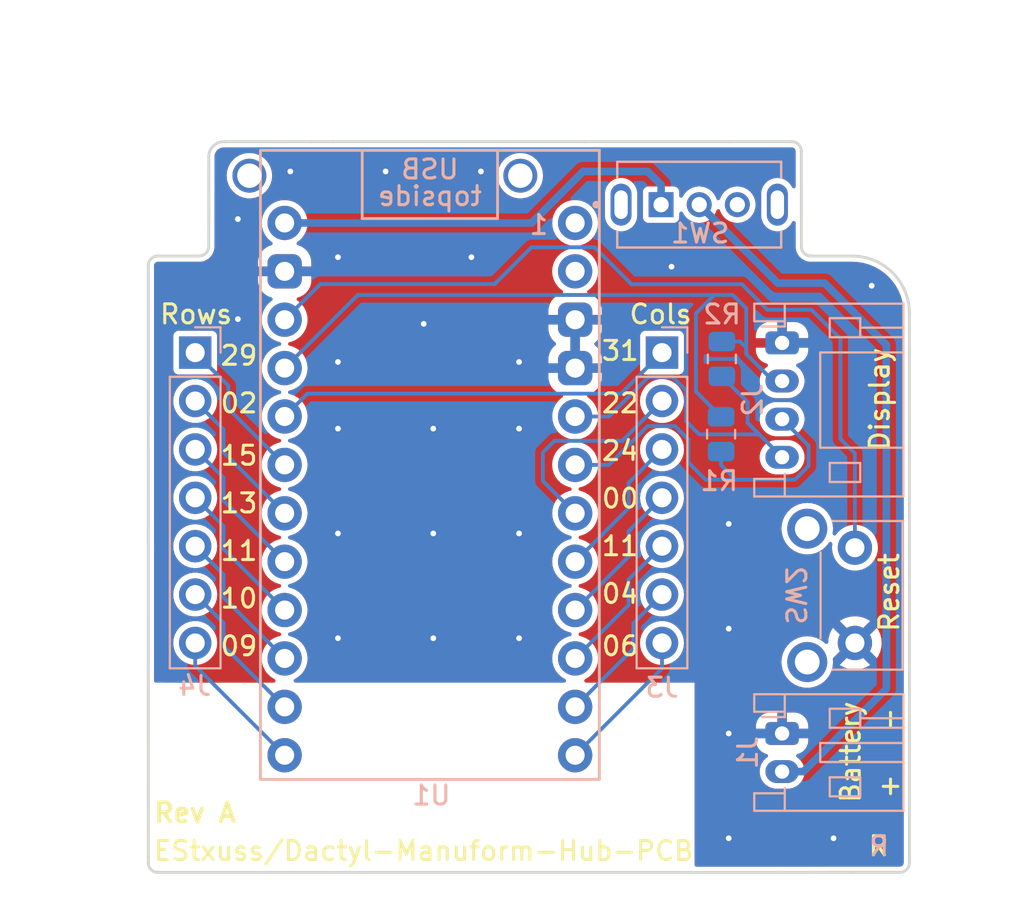
<source format=kicad_pcb>
(kicad_pcb (version 20240108) (generator "pcbnew") (generator_version "8.0")
  (layers (0 "F.Cu" signal) (31 "B.Cu" signal) (34 "B.Paste" user) (35 "F.Paste" user) (36 "B.SilkS" user "B.Silkscreen") (37 "F.SilkS" user "F.Silkscreen") (38 "B.Mask" user) (39 "F.Mask" user) (44 "Edge.Cuts" user))
  (net 0 "")
  (net 1 "GND")
  (net 2 "/OLED_SCL")
  (net 3 "VCC")
  (net 4 "/OLED_SDA")
  (net 5 "/COL2")
  (net 6 "/COL6")
  (net 7 "COL1")
  (net 8 "/COL4")
  (net 9 "/COL7")
  (net 10 "/COL5")
  (net 11 "/COL3")
  (net 12 "/ROW6")
  (net 13 "/ROW4")
  (net 14 "/ROW1")
  (net 15 "/ROW2")
  (net 16 "/ROW5")
  (net 17 "/ROW3")
  (net 18 "/ROW7")
  (net 20 "/BATT_POS")
  (net 21 "Net-(SW2-A)")
  (net 24 "/BATT_SW_POS")
  (footprint "mounting-hole:M1.4_tapping_Hole_JLC" (layer "F.Cu") (at 135.566001 63.722063)
    (property "Reference" "H1" (hide yes))
    (property "Value" "MountingHole" (hide yes))
    (pad "" thru_hole circle (at 0 0) (size 1.78 1.78) (drill 1.28) (layers "*.Cu" "*.Mask"))
  )
  (footprint "mounting-hole:M1.4_tapping_Hole_JLC" (layer "F.Cu") (at 121.353501 63.722063)
    (property "Reference" "H2" (hide yes))
    (property "Value" "MountingHole" (hide yes))
    (pad "" thru_hole circle (at 0 0) (size 1.78 1.78) (drill 1.28) (layers "*.Cu" "*.Mask"))
  )
  (footprint "Connector_JST:JST_PH_S2B-PH-K_1x02_P2.00mm_Horizontal" (layer "B.Cu") (at 149.3 93 -90)
    (property "Reference" "J1" (at 1 1.8 90) (layer "B.SilkS") (effects (font (thickness 0.16)) (justify mirror)))
    (property "Value" "Conn_01x02")
    (fp_line (start -2.06 1.46) (end -1.14 1.46) (stroke (width 0.12)) (layer "B.SilkS"))
    (fp_line (start -1.14 1.46) (end -1.14 -0.14) (stroke (width 0.12)) (layer "B.SilkS"))
    (fp_line (start 3.14 1.46) (end 4.06 1.46) (stroke (width 0.12)) (layer "B.SilkS"))
    (fp_line (start 4.06 1.46) (end 4.06 -6.36) (stroke (width 0.12)) (layer "B.SilkS"))
    (fp_line (start -0.86 1.075) (end -0.86 -0.14) (stroke (width 0.12)) (layer "B.SilkS"))
    (fp_line (start -1.14 -0.14) (end -2.06 -0.14) (stroke (width 0.12)) (layer "B.SilkS"))
    (fp_line (start -1.14 -0.14) (end -0.86 -0.14) (stroke (width 0.12)) (layer "B.SilkS"))
    (fp_line (start 2.86 -0.14) (end 3.14 -0.14) (stroke (width 0.12)) (layer "B.SilkS"))
    (fp_line (start 3.14 -0.14) (end 3.14 1.46) (stroke (width 0.12)) (layer "B.SilkS"))
    (fp_line (start 3.14 -0.14) (end 4.06 -0.14) (stroke (width 0.12)) (layer "B.SilkS"))
    (fp_line (start 0.5 -2) (end 0.5 -6.36) (stroke (width 0.12)) (layer "B.SilkS"))
    (fp_line (start 1.5 -2) (end 0.5 -2) (stroke (width 0.12)) (layer "B.SilkS"))
    (fp_line (start -1.3 -2.5) (end -0.3 -2.5) (stroke (width 0.12)) (layer "B.SilkS"))
    (fp_line (start -0.3 -2.5) (end -0.3 -4.1) (stroke (width 0.12)) (layer "B.SilkS"))
    (fp_line (start 2.3 -2.5) (end 2.3 -4.1) (stroke (width 0.12)) (layer "B.SilkS"))
    (fp_line (start 3.3 -2.5) (end 2.3 -2.5) (stroke (width 0.12)) (layer "B.SilkS"))
    (fp_line (start -1.3 -4.1) (end -1.3 -2.5) (stroke (width 0.12)) (layer "B.SilkS"))
    (fp_line (start -0.3 -4.1) (end -1.3 -4.1) (stroke (width 0.12)) (layer "B.SilkS"))
    (fp_line (start 2.3 -4.1) (end 3.3 -4.1) (stroke (width 0.12)) (layer "B.SilkS"))
    (fp_line (start 3.3 -4.1) (end 3.3 -2.5) (stroke (width 0.12)) (layer "B.SilkS"))
    (fp_line (start -2.06 -6.36) (end -2.06 1.46) (stroke (width 0.12)) (layer "B.SilkS"))
    (fp_line (start -0.8 -6.36) (end -0.8 -4.1) (stroke (width 0.12)) (layer "B.SilkS"))
    (fp_line (start -0.3 -6.36) (end -0.3 -4.1) (stroke (width 0.12)) (layer "B.SilkS"))
    (fp_line (start 1.5 -6.36) (end 1.5 -2) (stroke (width 0.12)) (layer "B.SilkS"))
    (fp_line (start 4.06 -6.36) (end -2.06 -6.36) (stroke (width 0.12)) (layer "B.SilkS"))
    (pad "1" thru_hole roundrect (at 0 0 270) (size 1.2 1.75) (drill 0.75) (layers "*.Cu" "*.Mask") (roundrect_rratio 0.208333) (net 1 "GND"))
    (pad "2" thru_hole oval (at 2 0 270) (size 1.2 1.75) (drill 0.75) (layers "*.Cu" "*.Mask") (net 24 "/BATT_SW_POS"))
  )
  (footprint "Resistor_SMD:R_0805_2012Metric" (layer "B.Cu") (at 146.14 73.34 -90)
    (property "Reference" "R2" (at -2.34 -0.01 180) (layer "B.SilkS") (effects (font (thickness 0.16)) (justify mirror)))
    (property "Value" "4.7k" (hide yes))
    (fp_line (start 0.227064 0.735) (end -0.227064 0.735) (stroke (width 0.12)) (layer "B.SilkS"))
    (fp_line (start 0.227064 -0.735) (end -0.227064 -0.735) (stroke (width 0.12)) (layer "B.SilkS"))
    (pad "1" smd roundrect (at -0.9125 0 270) (size 1.025 1.4) (layers "B.Cu" "B.Paste" "B.Mask") (roundrect_rratio 0.243902) (net 3 "VCC"))
    (pad "2" smd roundrect (at 0.9125 0 270) (size 1.025 1.4) (layers "B.Cu" "B.Paste" "B.Mask") (roundrect_rratio 0.243902) (net 4 "/OLED_SDA"))
  )
  (footprint "Connector_PinHeader_2.54mm:PinHeader_1x07_P2.54mm_Vertical" (layer "B.Cu") (at 143 73.01 180)
    (property "Reference" "J3" (at 0 -17.58 0) (layer "B.SilkS") (effects (font (thickness 0.16)) (justify mirror)))
    (property "Value" "Conn_01x07")
    (fp_line (start 1.33 -1.27) (end -1.33 -1.27) (stroke (width 0.12)) (layer "B.SilkS"))
    (fp_line (start 1.33 -16.57) (end 1.33 -1.27) (stroke (width 0.12)) (layer "B.SilkS"))
    (fp_line (start 1.33 -16.57) (end -1.33 -16.57) (stroke (width 0.12)) (layer "B.SilkS"))
    (fp_line (start 0 1.33) (end -1.33 1.33) (stroke (width 0.12)) (layer "B.SilkS"))
    (fp_line (start -1.33 1.33) (end -1.33 0) (stroke (width 0.12)) (layer "B.SilkS"))
    (fp_line (start -1.33 -16.57) (end -1.33 -1.27) (stroke (width 0.12)) (layer "B.SilkS"))
    (pad "1" thru_hole rect (at 0 0 180) (size 1.7 1.7) (drill 1) (layers "*.Cu" "*.Mask") (net 7 "COL1"))
    (pad "2" thru_hole oval (at 0 -2.54 180) (size 1.7 1.7) (drill 1) (layers "*.Cu" "*.Mask") (net 5 "/COL2"))
    (pad "3" thru_hole oval (at 0 -5.08 180) (size 1.7 1.7) (drill 1) (layers "*.Cu" "*.Mask") (net 11 "/COL3"))
    (pad "4" thru_hole oval (at 0 -7.62 180) (size 1.7 1.7) (drill 1) (layers "*.Cu" "*.Mask") (net 8 "/COL4"))
    (pad "5" thru_hole oval (at 0 -10.16 180) (size 1.7 1.7) (drill 1) (layers "*.Cu" "*.Mask") (net 10 "/COL5"))
    (pad "6" thru_hole oval (at 0 -12.7 180) (size 1.7 1.7) (drill 1) (layers "*.Cu" "*.Mask") (net 6 "/COL6"))
    (pad "7" thru_hole oval (at 0 -15.24 180) (size 1.7 1.7) (drill 1) (layers "*.Cu" "*.Mask") (net 9 "/COL7"))
  )
  (footprint "Connector_PinHeader_2.54mm:PinHeader_1x07_P2.54mm_Vertical" (layer "B.Cu") (at 118.51 73.01 180)
    (property "Reference" "J4" (at 0.03 -17.49 0) (layer "B.SilkS") (effects (font (thickness 0.16)) (justify mirror)))
    (property "Value" "Conn_01x07")
    (fp_line (start 1.33 -1.27) (end -1.33 -1.27) (stroke (width 0.12)) (layer "B.SilkS"))
    (fp_line (start 1.33 -16.57) (end 1.33 -1.27) (stroke (width 0.12)) (layer "B.SilkS"))
    (fp_line (start 1.33 -16.57) (end -1.33 -16.57) (stroke (width 0.12)) (layer "B.SilkS"))
    (fp_line (start 0 1.33) (end -1.33 1.33) (stroke (width 0.12)) (layer "B.SilkS"))
    (fp_line (start -1.33 1.33) (end -1.33 0) (stroke (width 0.12)) (layer "B.SilkS"))
    (fp_line (start -1.33 -16.57) (end -1.33 -1.27) (stroke (width 0.12)) (layer "B.SilkS"))
    (pad "1" thru_hole rect (at 0 0 180) (size 1.7 1.7) (drill 1) (layers "*.Cu" "*.Mask") (net 14 "/ROW1"))
    (pad "2" thru_hole oval (at 0 -2.54 180) (size 1.7 1.7) (drill 1) (layers "*.Cu" "*.Mask") (net 15 "/ROW2"))
    (pad "3" thru_hole oval (at 0 -5.08 180) (size 1.7 1.7) (drill 1) (layers "*.Cu" "*.Mask") (net 17 "/ROW3"))
    (pad "4" thru_hole oval (at 0 -7.62 180) (size 1.7 1.7) (drill 1) (layers "*.Cu" "*.Mask") (net 13 "/ROW4"))
    (pad "5" thru_hole oval (at 0 -10.16 180) (size 1.7 1.7) (drill 1) (layers "*.Cu" "*.Mask") (net 16 "/ROW5"))
    (pad "6" thru_hole oval (at 0 -12.7 180) (size 1.7 1.7) (drill 1) (layers "*.Cu" "*.Mask") (net 12 "/ROW6"))
    (pad "7" thru_hole oval (at 0 -15.24 180) (size 1.7 1.7) (drill 1) (layers "*.Cu" "*.Mask") (net 18 "/ROW7"))
  )
  (footprint "PCM_marbastlib-xp-promicroish:SuperMini_nRF52840_H_USBup" (layer "B.Cu") (at 130.822176 80.172483 180)
    (property "Reference" "U1" (at -1.177824 -16.077517 0) (layer "B.SilkS") (effects (font (thickness 0.16)) (justify left mirror)))
    (property "Value" "SuperMini nRF52840")
    (fp_line (start 3.55 17.78) (end 3.55 14.2) (stroke (width 0.15)) (layer "B.SilkS"))
    (fp_line (start -3.55 17.78) (end -3.55 14.2) (stroke (width 0.15)) (layer "B.SilkS"))
    (fp_line (start -3.55 14.2) (end 3.55 14.2) (stroke (width 0.15)) (layer "B.SilkS"))
    (fp_rect (start -8.89 17.78) (end 8.89 -15.24) (stroke (width 0.15)) (fill none) (layer "B.SilkS"))
    (fp_text user "topside" (at 0 14.8 0) (layer "B.SilkS") (effects (font (thickness 0.16)) (justify bottom mirror)))
    (fp_text user "1" (at -5.715 13.2825 0) (layer "B.SilkS") (effects (font (thickness 0.16)) (justify bottom mirror)))
    (fp_text user "USB" (at 0 16.2 0) (layer "B.SilkS") (effects (font (thickness 0.16)) (justify bottom mirror)))
    (pad "1" thru_hole circle (at -7.62 13.97 180) (size 1.8 1.8) (drill 1) (layers "*.Cu" "*.Mask"))
    (pad "2" thru_hole circle (at -7.62 11.43 180) (size 1.8 1.8) (drill 1) (layers "*.Cu" "*.Mask"))
    (pad "3" thru_hole roundrect (at -7.62 8.89 180) (size 1.8 1.8) (drill 1) (layers "*.Cu" "*.Mask") (net 1 "GND"))
    (pad "4" thru_hole roundrect (at -7.62 6.35 180) (size 1.8 1.8) (drill 1) (layers "*.Cu" "*.Mask") (net 1 "GND"))
    (pad "5" thru_hole circle (at -7.62 3.81 180) (size 1.8 1.8) (drill 1) (layers "*.Cu" "*.Mask") (net 4 "/OLED_SDA"))
    (pad "6" thru_hole circle (at -7.62 1.27 180) (size 1.8 1.8) (drill 1) (layers "*.Cu" "*.Mask") (net 2 "/OLED_SCL"))
    (pad "7" thru_hole circle (at -7.62 -1.27 180) (size 1.8 1.8) (drill 1) (layers "*.Cu" "*.Mask") (net 5 "/COL2"))
    (pad "8" thru_hole circle (at -7.62 -3.81 180) (size 1.8 1.8) (drill 1) (layers "*.Cu" "*.Mask") (net 11 "/COL3"))
    (pad "9" thru_hole circle (at -7.62 -6.35 180) (size 1.8 1.8) (drill 1) (layers "*.Cu" "*.Mask") (net 8 "/COL4"))
    (pad "10" thru_hole circle (at -7.62 -8.89 180) (size 1.8 1.8) (drill 1) (layers "*.Cu" "*.Mask") (net 10 "/COL5"))
    (pad "11" thru_hole circle (at -7.62 -11.43 180) (size 1.8 1.8) (drill 1) (layers "*.Cu" "*.Mask") (net 6 "/COL6"))
    (pad "12" thru_hole circle (at -7.62 -13.97 180) (size 1.8 1.8) (drill 1) (layers "*.Cu" "*.Mask") (net 9 "/COL7"))
    (pad "13" thru_hole circle (at 7.62 13.97 180) (size 1.8 1.8) (drill 1) (layers "*.Cu" "*.Mask") (net 20 "/BATT_POS"))
    (pad "14" thru_hole roundrect (at 7.62 11.43 180) (size 1.8 1.8) (drill 1) (layers "*.Cu" "*.Mask") (net 1 "GND"))
    (pad "15" thru_hole circle (at 7.62 8.89 180) (size 1.8 1.8) (drill 1) (layers "*.Cu" "*.Mask") (net 21 "Net-(SW2-A)"))
    (pad "16" thru_hole circle (at 7.62 6.35 180) (size 1.8 1.8) (drill 1) (layers "*.Cu" "*.Mask") (net 3 "VCC"))
    (pad "17" thru_hole circle (at 7.62 3.81 180) (size 1.8 1.8) (drill 1) (layers "*.Cu" "*.Mask") (net 7 "COL1"))
    (pad "18" thru_hole circle (at 7.62 1.27 180) (size 1.8 1.8) (drill 1) (layers "*.Cu" "*.Mask") (net 14 "/ROW1"))
    (pad "19" thru_hole circle (at 7.62 -1.27 180) (size 1.8 1.8) (drill 1) (layers "*.Cu" "*.Mask") (net 15 "/ROW2"))
    (pad "20" thru_hole circle (at 7.62 -3.81 180) (size 1.8 1.8) (drill 1) (layers "*.Cu" "*.Mask") (net 17 "/ROW3"))
    (pad "21" thru_hole circle (at 7.62 -6.35 180) (size 1.8 1.8) (drill 1) (layers "*.Cu" "*.Mask") (net 13 "/ROW4"))
    (pad "22" thru_hole circle (at 7.62 -8.89 180) (size 1.8 1.8) (drill 1) (layers "*.Cu" "*.Mask") (net 16 "/ROW5"))
    (pad "23" thru_hole circle (at 7.62 -11.43 180) (size 1.8 1.8) (drill 1) (layers "*.Cu" "*.Mask") (net 12 "/ROW6"))
    (pad "24" thru_hole circle (at 7.62 -13.97 180) (size 1.8 1.8) (drill 1) (layers "*.Cu" "*.Mask") (net 18 "/ROW7"))
    (zone (net 0) (net_name "") (layers "*.Cu") (name "ANT") (connect_pads (clearance 0)) (min_thickness 0.25)
      (keepout (tracks allowed) (vias allowed) (pads allowed) (copperpour not_allowed) (footprints allowed))
      (fill (thermal_gap 0.5) (thermal_bridge_width 0.5))
      (polygon (pts (xy 144.712176 90.332483) (xy 116.932176 90.332483) (xy 116.932176 100.412483) (xy 144.712176 100.412483)))
    )
  )
  (footprint "PCM_marbastlib-various:SW_SKHLLCA010" (layer "B.Cu") (at 151.87 85.75 90)
    (property "Reference" "SW2" (at 0 -1.87 -90) (layer "B.SilkS") (effects (font (thickness 0.16)) (justify mirror)))
    (property "Value" "SW_SPST")
    (fp_line (start 2.25 -0.55) (end -2.25 -0.55) (stroke (width 0.12)) (layer "B.SilkS"))
    (fp_line (start 3.9 3.75) (end 3.9 0.07) (stroke (width 0.12)) (layer "B.SilkS"))
    (fp_line (start 3.9 3.75) (end -3.9 3.75) (stroke (width 0.12)) (layer "B.SilkS"))
    (fp_line (start -3.9 3.75) (end -3.9 0.07) (stroke (width 0.12)) (layer "B.SilkS"))
    (pad "1" thru_hole circle (at 2.5 1.25 90) (size 1.8 1.8) (drill 1) (layers "*.Cu" "F.Mask") (net 21 "Net-(SW2-A)"))
    (pad "2" thru_hole circle (at -2.5 1.25 90) (size 1.8 1.8) (drill 1) (layers "*.Cu" "F.Mask") (net 1 "GND"))
    (pad "MP" thru_hole circle (at -3.5 -1.25 90) (size 2.1 2.1) (drill 1.3) (layers "*.Cu" "*.Mask"))
    (pad "MP" thru_hole circle (at 3.5 -1.25 90) (size 2.1 2.1) (drill 1.3) (layers "*.Cu" "*.Mask"))
  )
  (footprint "Connector_JST:JST_PH_S4B-PH-K_1x04_P2.00mm_Horizontal" (layer "B.Cu") (at 149.3 72.5 -90)
    (property "Reference" "J2" (at 3 1.55 90) (layer "B.SilkS") (effects (font (thickness 0.16)) (justify mirror)))
    (property "Value" "Conn_01x04")
    (fp_line (start -2.06 1.46) (end -1.14 1.46) (stroke (width 0.12)) (layer "B.SilkS"))
    (fp_line (start -1.14 1.46) (end -1.14 -0.14) (stroke (width 0.12)) (layer "B.SilkS"))
    (fp_line (start 7.14 1.46) (end 8.06 1.46) (stroke (width 0.12)) (layer "B.SilkS"))
    (fp_line (start 8.06 1.46) (end 8.06 -6.36) (stroke (width 0.12)) (layer "B.SilkS"))
    (fp_line (start -0.86 1.075) (end -0.86 -0.14) (stroke (width 0.12)) (layer "B.SilkS"))
    (fp_line (start -1.14 -0.14) (end -2.06 -0.14) (stroke (width 0.12)) (layer "B.SilkS"))
    (fp_line (start -1.14 -0.14) (end -0.86 -0.14) (stroke (width 0.12)) (layer "B.SilkS"))
    (fp_line (start 6.86 -0.14) (end 7.14 -0.14) (stroke (width 0.12)) (layer "B.SilkS"))
    (fp_line (start 7.14 -0.14) (end 7.14 1.46) (stroke (width 0.12)) (layer "B.SilkS"))
    (fp_line (start 7.14 -0.14) (end 8.06 -0.14) (stroke (width 0.12)) (layer "B.SilkS"))
    (fp_line (start 0.5 -2) (end 0.5 -6.36) (stroke (width 0.12)) (layer "B.SilkS"))
    (fp_line (start 5.5 -2) (end 0.5 -2) (stroke (width 0.12)) (layer "B.SilkS"))
    (fp_line (start -1.3 -2.5) (end -0.3 -2.5) (stroke (width 0.12)) (layer "B.SilkS"))
    (fp_line (start -0.3 -2.5) (end -0.3 -4.1) (stroke (width 0.12)) (layer "B.SilkS"))
    (fp_line (start 6.3 -2.5) (end 6.3 -4.1) (stroke (width 0.12)) (layer "B.SilkS"))
    (fp_line (start 7.3 -2.5) (end 6.3 -2.5) (stroke (width 0.12)) (layer "B.SilkS"))
    (fp_line (start -1.3 -4.1) (end -1.3 -2.5) (stroke (width 0.12)) (layer "B.SilkS"))
    (fp_line (start -0.3 -4.1) (end -1.3 -4.1) (stroke (width 0.12)) (layer "B.SilkS"))
    (fp_line (start 6.3 -4.1) (end 7.3 -4.1) (stroke (width 0.12)) (layer "B.SilkS"))
    (fp_line (start 7.3 -4.1) (end 7.3 -2.5) (stroke (width 0.12)) (layer "B.SilkS"))
    (fp_line (start -2.06 -6.36) (end -2.06 1.46) (stroke (width 0.12)) (layer "B.SilkS"))
    (fp_line (start -0.8 -6.36) (end -0.8 -4.1) (stroke (width 0.12)) (layer "B.SilkS"))
    (fp_line (start -0.3 -6.36) (end -0.3 -4.1) (stroke (width 0.12)) (layer "B.SilkS"))
    (fp_line (start 5.5 -6.36) (end 5.5 -2) (stroke (width 0.12)) (layer "B.SilkS"))
    (fp_line (start 8.06 -6.36) (end -2.06 -6.36) (stroke (width 0.12)) (layer "B.SilkS"))
    (pad "1" thru_hole roundrect (at 0 0 270) (size 1.2 1.75) (drill 0.75) (layers "*.Cu" "*.Mask") (roundrect_rratio 0.208333) (net 1 "GND"))
    (pad "2" thru_hole oval (at 2 0 270) (size 1.2 1.75) (drill 0.75) (layers "*.Cu" "*.Mask") (net 3 "VCC"))
    (pad "3" thru_hole oval (at 4 0 270) (size 1.2 1.75) (drill 0.75) (layers "*.Cu" "*.Mask") (net 2 "/OLED_SCL"))
    (pad "4" thru_hole oval (at 6 0 270) (size 1.2 1.75) (drill 0.75) (layers "*.Cu" "*.Mask") (net 4 "/OLED_SDA"))
  )
  (footprint "Resistor_SMD:R_0805_2012Metric" (layer "B.Cu") (at 146.1 77.29 -90)
    (property "Reference" "R1" (at 2.46 0.1 180) (layer "B.SilkS") (effects (font (thickness 0.16)) (justify mirror)))
    (property "Value" "4.7k" (hide yes))
    (fp_line (start 0.227064 0.735) (end -0.227064 0.735) (stroke (width 0.12)) (layer "B.SilkS"))
    (fp_line (start 0.227064 -0.735) (end -0.227064 -0.735) (stroke (width 0.12)) (layer "B.SilkS"))
    (pad "1" smd roundrect (at -0.9125 0 270) (size 1.025 1.4) (layers "B.Cu" "B.Paste" "B.Mask") (roundrect_rratio 0.243902) (net 3 "VCC"))
    (pad "2" smd roundrect (at 0.9125 0 270) (size 1.025 1.4) (layers "B.Cu" "B.Paste" "B.Mask") (roundrect_rratio 0.243902) (net 2 "/OLED_SCL"))
  )
  (footprint "SLW_864574_5A_RA_N_D:SW_SLW-864574-5A-RA-N-D" (layer "B.Cu") (at 144.952176 65.242483)
    (property "Reference" "SW1" (at 0.047824 1.507517 0) (layer "B.SilkS") (effects (font (thickness 0.16)) (justify mirror)))
    (property "Value" "SW_SPDT")
    (fp_line (start -4.3 -1.42) (end -4.3 -2.25) (stroke (width 0.127)) (layer "B.SilkS"))
    (fp_line (start -4.3 1.42) (end -4.3 2.25) (stroke (width 0.127)) (layer "B.SilkS"))
    (fp_line (start -4.3 2.25) (end 4.3 2.25) (stroke (width 0.127)) (layer "B.SilkS"))
    (fp_line (start -1.75 -2.25) (end -4.3 -2.25) (stroke (width 0.127)) (layer "B.SilkS"))
    (fp_line (start 1.75 -2.25) (end -1.75 -2.25) (stroke (width 0.127)) (layer "B.SilkS"))
    (fp_line (start 4.3 -2.25) (end 1.75 -2.25) (stroke (width 0.127)) (layer "B.SilkS"))
    (fp_line (start 4.3 -1.42) (end 4.3 -2.25) (stroke (width 0.127)) (layer "B.SilkS"))
    (fp_line (start 4.3 2.25) (end 4.3 1.42) (stroke (width 0.127)) (layer "B.SilkS"))
    (fp_circle (center -5.4 0) (end -5.3 0) (stroke (width 0.2)) (fill none) (layer "B.SilkS"))
    (pad "1" thru_hole rect (at -2 0) (size 1.308 1.308) (drill 0.8) (layers "*.Cu" "*.Mask") (net 20 "/BATT_POS"))
    (pad "2" thru_hole circle (at 0 0) (size 1.308 1.308) (drill 0.8) (layers "*.Cu" "*.Mask") (net 24 "/BATT_SW_POS"))
    (pad "3" thru_hole circle (at 2 0) (size 1.308 1.308) (drill 0.8) (layers "*.Cu" "*.Mask"))
    (pad "SH1" thru_hole oval (at -4.1 0) (size 1.1 2.2) (drill oval 0.7 1.5) (layers "*.Cu" "*.Mask"))
    (pad "SH2" thru_hole oval (at 4.1 0) (size 1.1 2.2) (drill oval 0.7 1.5) (layers "*.Cu" "*.Mask"))
  )
  (gr_arc (start 152.98 67.94) (mid 155.10132 68.81868) (end 155.98 70.94) (stroke (width 0.15)) (layer "Edge.Cuts"))
  (gr_arc (start 150.81025 67.94) (mid 150.456609 67.793465) (end 150.31025 67.439751) (stroke (width 0.15)) (layer "Edge.Cuts"))
  (gr_line (start 138.941001 61.936233) (end 125.758349 61.936233) (stroke (width 0.15)) (layer "Edge.Cuts"))
  (gr_arc (start 116.049987 68.440009) (mid 116.19643 68.08645) (end 116.549987 67.94) (stroke (width 0.15)) (layer "Edge.Cuts"))
  (gr_line (start 155.98 99.790049) (end 155.98 70.94) (stroke (width 0.15)) (layer "Edge.Cuts"))
  (gr_line (start 116.05036 78.192483) (end 116.050022 70.440022) (stroke (width 0.15)) (layer "Edge.Cuts"))
  (gr_arc (start 155.98 99.790049) (mid 155.833563 100.143578) (end 155.480049 100.290049) (stroke (width 0.15)) (layer "Edge.Cuts"))
  (gr_line (start 116.549987 67.94) (end 118.720216 67.94) (stroke (width 0.15)) (layer "Edge.Cuts"))
  (gr_line (start 116.052176 99.492483) (end 116.051364 99.790185) (stroke (width 0.15)) (layer "Edge.Cuts"))
  (gr_line (start 125.758349 61.936233) (end 124.567721 61.936233) (stroke (width 0.15)) (layer "Edge.Cuts"))
  (gr_line (start 120.040989 61.936626) (end 124.567721 61.936233) (stroke (width 0.15)) (layer "Edge.Cuts"))
  (gr_line (start 150.310023 62.43621) (end 150.31025 67.439751) (stroke (width 0.15)) (layer "Edge.Cuts"))
  (gr_line (start 116.050022 70.440022) (end 116.049987 68.440009) (stroke (width 0.15)) (layer "Edge.Cuts"))
  (gr_line (start 116.549814 100.291547) (end 116.852176 100.292483) (stroke (width 0.15)) (layer "Edge.Cuts"))
  (gr_line (start 149.29326 100.292483) (end 116.852176 100.292483) (stroke (width 0.15)) (layer "Edge.Cuts"))
  (gr_line (start 152.980297 100.290296) (end 155.480049 100.290049) (stroke (width 0.15)) (layer "Edge.Cuts"))
  (gr_line (start 138.941001 61.936233) (end 146.553481 61.936233) (stroke (width 0.15)) (layer "Edge.Cuts"))
  (gr_arc (start 116.549814 100.291547) (mid 116.196787 100.144061) (end 116.051364 99.790185) (stroke (width 0.15)) (layer "Edge.Cuts"))
  (gr_line (start 149.29326 100.292483) (end 152.980297 100.290296) (stroke (width 0.15)) (layer "Edge.Cuts"))
  (gr_line (start 116.052176 99.492483) (end 116.05036 78.192483) (stroke (width 0.15)) (layer "Edge.Cuts"))
  (gr_line (start 149.810023 61.936233) (end 146.553481 61.936233) (stroke (width 0.15)) (layer "Edge.Cuts"))
  (gr_arc (start 149.810023 61.936233) (mid 150.163568 62.082671) (end 150.310023 62.43621) (stroke (width 0.15)) (layer "Edge.Cuts"))
  (gr_arc (start 119.220216 67.440216) (mid 119.073693 67.79363) (end 118.720216 67.94) (stroke (width 0.15)) (layer "Edge.Cuts"))
  (gr_arc (start 119.222251 62.729983) (mid 119.46365 62.159961) (end 120.040989 61.936626) (stroke (width 0.15)) (layer "Edge.Cuts"))
  (gr_line (start 119.222251 62.729983) (end 119.220216 67.440216) (stroke (width 0.15)) (layer "Edge.Cuts"))
  (gr_line (start 152.98 67.94) (end 150.81025 67.94) (stroke (width 0.15)) (layer "Edge.Cuts"))
  (gr_text "R" (at 155 99.5 0) (layer "B.SilkS") (effects (font (size 1 1) (thickness 0.16)) (justify left bottom mirror)))
  (gr_text "13" (at 119.75 81.5 0) (layer "F.SilkS") (effects (font (size 1 1) (thickness 0.16)) (justify left bottom)))
  (gr_text "24" (at 139.75 78.75 0) (layer "F.SilkS") (effects (font (size 1 1) (thickness 0.16)) (justify left bottom)))
  (gr_text "29" (at 119.75 73.75 0) (layer "F.SilkS") (effects (font (size 1 1) (thickness 0.16)) (justify left bottom)))
  (gr_text "Battery" (at 153.48 96.72 90) (layer "F.SilkS") (effects (font (size 1 1) (thickness 0.16)) (justify left bottom)))
  (gr_text "11" (at 139.75 83.75 0) (layer "F.SilkS") (effects (font (size 1 1) (thickness 0.16)) (justify left bottom)))
  (gr_text "Display" (at 155 78.25 90) (layer "F.SilkS") (effects (font (size 1 1) (thickness 0.16)) (justify left bottom)))
  (gr_text "Cols" (at 141.2 71.58 0) (layer "F.SilkS") (effects (font (size 1 1) (thickness 0.16)) (justify left bottom)))
  (gr_text "06" (at 139.75 89 0) (layer "F.SilkS") (effects (font (size 1 1) (thickness 0.16)) (justify left bottom)))
  (gr_text "11" (at 119.75 84 0) (layer "F.SilkS") (effects (font (size 1 1) (thickness 0.16)) (justify left bottom)))
  (gr_text "Rev A" (at 116.25 97.75 0) (layer "F.SilkS") (effects (font (size 1 1) (thickness 0.2) (bold yes)) (justify left bottom)))
  (gr_text "04" (at 139.75 86.25 0) (layer "F.SilkS") (effects (font (size 1 1) (thickness 0.16)) (justify left bottom)))
  (gr_text "R" (at 153.75 99.5 0) (layer "F.SilkS") (effects (font (size 1 1) (thickness 0.16)) (justify left bottom)))
  (gr_text "EStxuss/Dactyl-Manuform-Hub-PCB" (at 116.25 99.75 0) (layer "F.SilkS") (effects (font (size 1 1) (thickness 0.16)) (justify left bottom)))
  (gr_text "00" (at 139.75 81.25 0) (layer "F.SilkS") (effects (font (size 1 1) (thickness 0.16)) (justify left bottom)))
  (gr_text "-" (at 155.5 93 90) (layer "F.SilkS") (effects (font (size 1 1) (thickness 0.16)) (justify left bottom)))
  (gr_text "09" (at 119.75 89 0) (layer "F.SilkS") (effects (font (size 1 1) (thickness 0.16)) (justify left bottom)))
  (gr_text "Reset" (at 155.5 87.75 90) (layer "F.SilkS") (effects (font (size 1 1) (thickness 0.16)) (justify left bottom)))
  (gr_text "31" (at 139.75 73.5 0) (layer "F.SilkS") (effects (font (size 1 1) (thickness 0.16)) (justify left bottom)))
  (gr_text "15" (at 119.75 79 0) (layer "F.SilkS") (effects (font (size 1 1) (thickness 0.16)) (justify left bottom)))
  (gr_text "Rows" (at 116.57 71.58 0) (layer "F.SilkS") (effects (font (size 1 1) (thickness 0.16)) (justify left bottom)))
  (gr_text "+" (at 155.5 96.5 90) (layer "F.SilkS") (effects (font (size 1 1) (thickness 0.16)) (justify left bottom)))
  (gr_text "10" (at 119.75 86.5 0) (layer "F.SilkS") (effects (font (size 1 1) (thickness 0.16)) (justify left bottom)))
  (gr_text "22" (at 139.75 76.25 0) (layer "F.SilkS") (effects (font (size 1 1) (thickness 0.16)) (justify left bottom)))
  (gr_text "02" (at 119.75 76.25 0) (layer "F.SilkS") (effects (font (size 1 1) (thickness 0.16)) (justify left bottom)))
  (via (at 146.5 98.5) (size 0.8) (drill 0.3) (layers "F.Cu" "B.Cu") (net 1))
  (via (at 120.75 66) (size 0.8) (drill 0.3) (layers "F.Cu" "B.Cu") (net 1))
  (via (at 120.75 71.25) (size 0.8) (drill 0.3) (layers "F.Cu" "B.Cu") (net 1))
  (via (at 130.5 71.5) (size 0.8) (drill 0.3) (layers "F.Cu" "B.Cu") (net 1))
  (via (at 128.5 63.5) (size 0.8) (drill 0.3) (layers "F.Cu" "B.Cu") (net 1))
  (via (at 126 82.5) (size 0.8) (drill 0.3) (layers "F.Cu" "B.Cu") (net 1))
  (via (at 146.5 87.5) (size 0.8) (drill 0.3) (layers "F.Cu" "B.Cu") (net 1))
  (via (at 131 82.5) (size 0.8) (drill 0.3) (layers "F.Cu" "B.Cu") (net 1))
  (via (at 131 77) (size 0.8) (drill 0.3) (layers "F.Cu" "B.Cu") (net 1))
  (via (at 146.5 93) (size 0.8) (drill 0.3) (layers "F.Cu" "B.Cu") (net 1))
  (via (at 131 88) (size 0.8) (drill 0.3) (layers "F.Cu" "B.Cu") (net 1))
  (via (at 126 73.5) (size 0.8) (drill 0.3) (layers "F.Cu" "B.Cu") (net 1))
  (via (at 152 98.5) (size 0.8) (drill 0.3) (layers "F.Cu" "B.Cu") (net 1))
  (via (at 126 77) (size 0.8) (drill 0.3) (layers "F.Cu" "B.Cu") (net 1))
  (via (at 135.5 82.5) (size 0.8) (drill 0.3) (layers "F.Cu" "B.Cu") (net 1))
  (via (at 133.5 63.5) (size 0.8) (drill 0.3) (layers "F.Cu" "B.Cu") (net 1))
  (via (at 146.5 82) (size 0.8) (drill 0.3) (layers "F.Cu" "B.Cu") (net 1))
  (via (at 154 69.5) (size 0.8) (drill 0.3) (layers "F.Cu" "B.Cu") (net 1))
  (via (at 123.5 63.5) (size 0.8) (drill 0.3) (layers "F.Cu" "B.Cu") (net 1))
  (via (at 135.5 73.5) (size 0.8) (drill 0.3) (layers "F.Cu" "B.Cu") (net 1))
  (via (at 126 68) (size 0.8) (drill 0.3) (layers "F.Cu" "B.Cu") (net 1))
  (via (at 143.5 68.5) (size 0.8) (drill 0.3) (layers "F.Cu" "B.Cu") (net 1))
  (via (at 133 68) (size 0.8) (drill 0.3) (layers "F.Cu" "B.Cu") (net 1))
  (via (at 135.5 88) (size 0.8) (drill 0.3) (layers "F.Cu" "B.Cu") (net 1))
  (via (at 135.5 77) (size 0.8) (drill 0.3) (layers "F.Cu" "B.Cu") (net 1))
  (via (at 126 88) (size 0.8) (drill 0.3) (layers "F.Cu" "B.Cu") (net 1))
  (segment (start 146.87 79.68) (end 146.1 78.91) (width 0.2) (layer "B.Cu") (net 2))
  (segment (start 144.38 78.77) (end 144.38 77.57) (width 0.2) (layer "B.Cu") (net 2))
  (segment (start 142.245686 76.87) (end 140.213203 78.902483) (width 0.2) (layer "B.Cu") (net 2))
  (segment (start 147.11 79.68) (end 145.29 79.68) (width 0.2) (layer "B.Cu") (net 2))
  (segment (start 150.69 78.96) (end 149.97 79.68) (width 0.2) (layer "B.Cu") (net 2))
  (segment (start 143.68 76.87) (end 142.245686 76.87) (width 0.2) (layer "B.Cu") (net 2))
  (segment (start 144.38 77.57) (end 143.68 76.87) (width 0.2) (layer "B.Cu") (net 2))
  (segment (start 140.213203 78.902483) (end 138.442176 78.902483) (width 0.2) (layer "B.Cu") (net 2))
  (segment (start 150.69 77.89) (end 150.69 78.96) (width 0.2) (layer "B.Cu") (net 2))
  (segment (start 147.11 79.68) (end 146.87 79.68) (width 0.2) (layer "B.Cu") (net 2))
  (segment (start 146.1 78.91) (end 146.1 78.2025) (width 0.2) (layer "B.Cu") (net 2))
  (segment (start 149.97 79.68) (end 147.11 79.68) (width 0.2) (layer "B.Cu") (net 2))
  (segment (start 149.3 76.5) (end 150.69 77.89) (width 0.2) (layer "B.Cu") (net 2))
  (segment (start 145.29 79.68) (end 144.38 78.77) (width 0.2) (layer "B.Cu") (net 2))
  (segment (start 148.84 74.5) (end 147.42 73.08) (width 0.2) (layer "B.Cu") (net 3))
  (segment (start 144.78 70.952483) (end 144.78 75.0575) (width 0.2) (layer "B.Cu") (net 3))
  (segment (start 147.42 73) (end 147.42 72.75) (width 0.2) (layer "B.Cu") (net 3))
  (segment (start 149.3 74.5) (end 148.84 74.5) (width 0.2) (layer "B.Cu") (net 3))
  (segment (start 147.42 73.08) (end 147.42 73) (width 0.2) (layer "B.Cu") (net 3))
  (segment (start 145.75 69.982483) (end 127.042176 69.982483) (width 0.2) (layer "B.Cu") (net 3))
  (segment (start 144.78 75.0575) (end 146.1 76.3775) (width 0.2) (layer "B.Cu") (net 3))
  (segment (start 147.42 72.75) (end 147.0975 72.4275) (width 0.2) (layer "B.Cu") (net 3))
  (segment (start 147.42 70.69) (end 146.712483 69.982483) (width 0.2) (layer "B.Cu") (net 3))
  (segment (start 147.0975 72.4275) (end 146.14 72.4275) (width 0.2) (layer "B.Cu") (net 3))
  (segment (start 127.042176 69.982483) (end 123.202176 73.822483) (width 0.2) (layer "B.Cu") (net 3))
  (segment (start 145.75 69.982483) (end 144.78 70.952483) (width 0.2) (layer "B.Cu") (net 3))
  (segment (start 146.712483 69.982483) (end 145.75 69.982483) (width 0.2) (layer "B.Cu") (net 3))
  (segment (start 147.42 73) (end 147.42 70.69) (width 0.2) (layer "B.Cu") (net 3))
  (segment (start 144.95 77.3) (end 144.27 76.62) (width 0.2) (layer "B.Cu") (net 4))
  (segment (start 144.27 75) (end 143.55 74.28) (width 0.2) (layer "B.Cu") (net 4))
  (segment (start 143.55 74.28) (end 142.295686 74.28) (width 0.2) (layer "B.Cu") (net 4))
  (segment (start 147.49 75.6025) (end 146.14 74.2525) (width 0.2) (layer "B.Cu") (net 4))
  (segment (start 148.1 77.3) (end 144.95 77.3) (width 0.2) (layer "B.Cu") (net 4))
  (segment (start 140.213203 76.362483) (end 138.442176 76.362483) (width 0.2) (layer "B.Cu") (net 4))
  (segment (start 147.49 76.69) (end 147.49 75.6025) (width 0.2) (layer "B.Cu") (net 4))
  (segment (start 144.27 76.62) (end 144.27 75) (width 0.2) (layer "B.Cu") (net 4))
  (segment (start 149.3 78.5) (end 148.1 77.3) (width 0.2) (layer "B.Cu") (net 4))
  (segment (start 142.295686 74.28) (end 140.213203 76.362483) (width 0.2) (layer "B.Cu") (net 4))
  (segment (start 148.1 77.3) (end 147.49 76.69) (width 0.2) (layer "B.Cu") (net 4))
  (segment (start 143 75.55) (end 140.91 77.64) (width 0.2) (layer "B.Cu") (net 5))
  (segment (start 136.75 78.25) (end 136.75 79.75) (width 0.2) (layer "B.Cu") (net 5))
  (segment (start 137 80.000307) (end 138.442176 81.442483) (width 0.2) (layer "B.Cu") (net 5))
  (segment (start 137.36 77.64) (end 136.75 78.25) (width 0.2) (layer "B.Cu") (net 5))
  (segment (start 140.91 77.64) (end 137.36 77.64) (width 0.2) (layer "B.Cu") (net 5))
  (segment (start 136.75 79.75) (end 137 80) (width 0.2) (layer "B.Cu") (net 5))
  (segment (start 137 80) (end 137 80.000307) (width 0.2) (layer "B.Cu") (net 5))
  (segment (start 141.5 88.544659) (end 138.442176 91.602483) (width 0.2) (layer "B.Cu") (net 6))
  (segment (start 143 85.71) (end 141.5 87.21) (width 0.2) (layer "B.Cu") (net 6))
  (segment (start 141.5 87.21) (end 141.5 88.544659) (width 0.2) (layer "B.Cu") (net 6))
  (segment (start 124.402176 75.162483) (end 123.202176 76.362483) (width 0.2) (layer "B.Cu") (net 7))
  (segment (start 143 73.01) (end 140.847517 75.162483) (width 0.2) (layer "B.Cu") (net 7))
  (segment (start 140.847517 75.162483) (end 124.402176 75.162483) (width 0.2) (layer "B.Cu") (net 7))
  (segment (start 141.25 83.714659) (end 138.442176 86.522483) (width 0.2) (layer "B.Cu") (net 8))
  (segment (start 143 80.63) (end 141.25 82.38) (width 0.2) (layer "B.Cu") (net 8))
  (segment (start 141.25 82.38) (end 141.25 83.714659) (width 0.2) (layer "B.Cu") (net 8))
  (segment (start 143 88.25) (end 143 89.584659) (width 0.2) (layer "B.Cu") (net 9))
  (segment (start 138.56 94.260307) (end 138.442176 94.142483) (width 0.2) (layer "B.Cu") (net 9))
  (segment (start 143 89.584659) (end 138.442176 94.142483) (width 0.2) (layer "B.Cu") (net 9))
  (segment (start 141.25 84.92) (end 141.25 86.254659) (width 0.2) (layer "B.Cu") (net 10))
  (segment (start 141.25 86.254659) (end 138.442176 89.062483) (width 0.2) (layer "B.Cu") (net 10))
  (segment (start 143 83.17) (end 141.25 84.92) (width 0.2) (layer "B.Cu") (net 10))
  (segment (start 141.25 79.84) (end 141.25 81.174659) (width 0.2) (layer "B.Cu") (net 11))
  (segment (start 141.25 81.174659) (end 138.442176 83.982483) (width 0.2) (layer "B.Cu") (net 11))
  (segment (start 143 78.09) (end 141.25 79.84) (width 0.2) (layer "B.Cu") (net 11))
  (segment (start 120 87.2) (end 120 88.400307) (width 0.2) (layer "B.Cu") (net 12))
  (segment (start 120 88.400307) (end 123.202176 91.602483) (width 0.2) (layer "B.Cu") (net 12))
  (segment (start 118.51 85.71) (end 120 87.2) (width 0.2) (layer "B.Cu") (net 12))
  (segment (start 118.51 80.63) (end 120 82.12) (width 0.2) (layer "B.Cu") (net 13))
  (segment (start 120 83.320307) (end 123.202176 86.522483) (width 0.2) (layer "B.Cu") (net 13))
  (segment (start 120 82.12) (end 120 83.320307) (width 0.2) (layer "B.Cu") (net 13))
  (segment (start 120.25 74.75) (end 120.25 75.950307) (width 0.2) (layer "B.Cu") (net 14))
  (segment (start 118.51 73.01) (end 120.25 74.75) (width 0.2) (layer "B.Cu") (net 14))
  (segment (start 120.25 75.950307) (end 123.202176 78.902483) (width 0.2) (layer "B.Cu") (net 14))
  (segment (start 118.51 75.55) (end 120 77.04) (width 0.2) (layer "B.Cu") (net 15))
  (segment (start 120 78.240307) (end 123.202176 81.442483) (width 0.2) (layer "B.Cu") (net 15))
  (segment (start 120 77.04) (end 120 78.240307) (width 0.2) (layer "B.Cu") (net 15))
  (segment (start 120 85.860307) (end 123.202176 89.062483) (width 0.2) (layer "B.Cu") (net 16))
  (segment (start 120 84.66) (end 120 85.860307) (width 0.2) (layer "B.Cu") (net 16))
  (segment (start 118.51 83.17) (end 120 84.66) (width 0.2) (layer "B.Cu") (net 16))
  (segment (start 120 80.780307) (end 123.202176 83.982483) (width 0.2) (layer "B.Cu") (net 17))
  (segment (start 120 79.58) (end 120 80.780307) (width 0.2) (layer "B.Cu") (net 17))
  (segment (start 118.51 78.09) (end 120 79.58) (width 0.2) (layer "B.Cu") (net 17))
  (segment (start 118.51 89.450307) (end 123.202176 94.142483) (width 0.2) (layer "B.Cu") (net 18))
  (segment (start 118.51 88.25) (end 118.51 89.450307) (width 0.2) (layer "B.Cu") (net 18))
  (segment (start 136.157517 66.202483) (end 123.202176 66.202483) (width 0.4) (layer "B.Cu") (net 20))
  (segment (start 138.86 63.5) (end 136.157517 66.202483) (width 0.4) (layer "B.Cu") (net 20))
  (segment (start 142.952176 64.202176) (end 142.25 63.5) (width 0.4) (layer "B.Cu") (net 20))
  (segment (start 142.25 63.5) (end 138.86 63.5) (width 0.4) (layer "B.Cu") (net 20))
  (segment (start 142.952176 65.242483) (end 142.952176 64.202176) (width 0.4) (layer "B.Cu") (net 20))
  (segment (start 125.074659 69.41) (end 134.221371 69.41) (width 0.2) (layer "B.Cu") (net 21))
  (segment (start 136.151371 67.48) (end 139.46 67.48) (width 0.2) (layer "B.Cu") (net 21))
  (segment (start 148.53 70.76) (end 150.84 70.76) (width 0.2) (layer "B.Cu") (net 21))
  (segment (start 150.84 70.76) (end 152.36 72.28) (width 0.2) (layer "B.Cu") (net 21))
  (segment (start 147.19 69.42) (end 148.53 70.76) (width 0.2) (layer "B.Cu") (net 21))
  (segment (start 153.12 78.3) (end 153.12 83.25) (width 0.2) (layer "B.Cu") (net 21))
  (segment (start 152.36 77.54) (end 153.12 78.3) (width 0.2) (layer "B.Cu") (net 21))
  (segment (start 134.221371 69.41) (end 136.151371 67.48) (width 0.2) (layer "B.Cu") (net 21))
  (segment (start 153.12 83.25) (end 153.11 83.24) (width 0.2) (layer "B.Cu") (net 21))
  (segment (start 123.202176 71.282483) (end 125.074659 69.41) (width 0.2) (layer "B.Cu") (net 21))
  (segment (start 139.46 67.48) (end 141.4 69.42) (width 0.2) (layer "B.Cu") (net 21))
  (segment (start 141.4 69.42) (end 147.19 69.42) (width 0.2) (layer "B.Cu") (net 21))
  (segment (start 152.36 72.28) (end 152.36 77.54) (width 0.2) (layer "B.Cu") (net 21))
  (segment (start 154.77 90.65) (end 154.77 72.6) (width 0.4) (layer "B.Cu") (net 24))
  (segment (start 150.42 95) (end 154.77 90.65) (width 0.4) (layer "B.Cu") (net 24))
  (segment (start 149.069693 69.36) (end 144.952176 65.242483) (width 0.4) (layer "B.Cu") (net 24))
  (segment (start 151.53 69.36) (end 149.069693 69.36) (width 0.4) (layer "B.Cu") (net 24))
  (segment (start 149.3 95) (end 150.42 95) (width 0.4) (layer "B.Cu") (net 24))
  (segment (start 154.77 72.6) (end 151.53 69.36) (width 0.4) (layer "B.Cu") (net 24))
  (zone (net 1) (net_name "GND") (layers "F&B.Cu") (connect_pads (clearance 0.2)) (min_thickness 0.2) (fill yes (thermal_gap 0.5) (thermal_bridge_width 0.5))
    (polygon (pts (xy 108.27 56.02) (xy 115.94 90.33) (xy 116.932176 90.332483) (xy 144.712176 90.332483) (xy 144.712176 100.412483) (xy 161.5 102.75) (xy 162 54.5) (xy 108.3 56.05)))
  )
)
</source>
